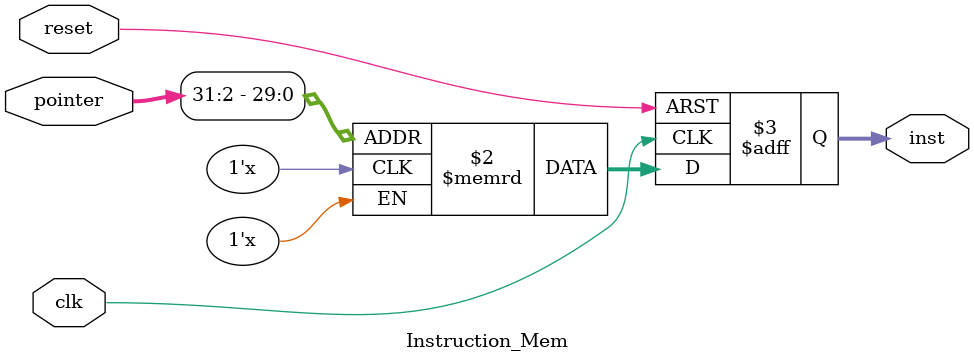
<source format=v>
module Instruction_Mem(
input wire clk,
input wire reset,
input wire [31:0] pointer,
output reg [31:0] inst
);

reg [31:0] mem [0:255]; 

always@(posedge clk or posedge reset)begin
if (reset)
inst <= 32'b0;
else
inst <= mem [pointer[31:2]];
end
endmodule

</source>
